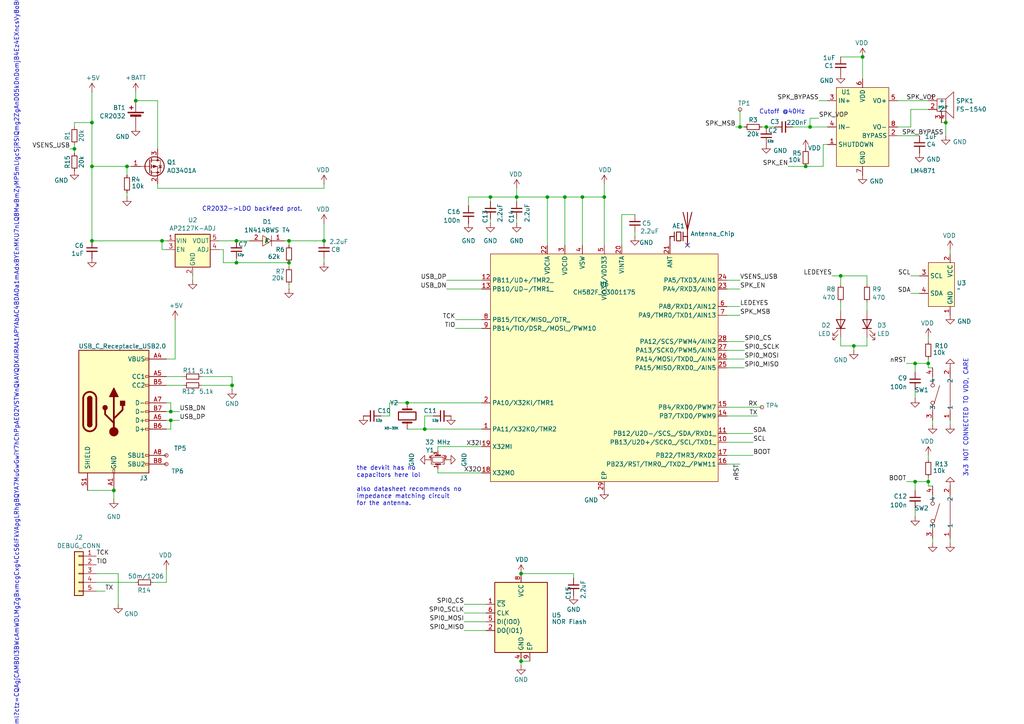
<source format=kicad_sch>
(kicad_sch (version 20250114) (generator "eeschema") (generator_version "9.0")
  (paper "A4")
  (lib_symbols
    (symbol "BadgeMagic:ZD25WD"
      (property "Reference" "U" (at 9.144 0.254 0))
      (symbol "ZD25WD_1_1"
        (pin input line (at -10.16 3.81 0) (length 2.54) (name "~{CS}") (number "1"))
        (pin input line (at -10.16 1.27 0) (length 2.54) (name "CLK") (number "6"))
        (pin bidirectional line (at -10.16 -1.27 0) (length 2.54) (name "DI(IO0)") (number "5"))
        (pin bidirectional line (at -10.16 -3.81 0) (length 2.54) (name "DO(IO1)") (number "2"))
        (pin power_in line (at 0 12.7 270) (length 2.54) (name "VCC") (number "8"))
        (pin power_in line (at 0 -12.7 90) (length 2.54) (name "GND") (number "4"))
        (pin passive line (at 2.54 -12.7 90) (length 2.54) (name "EP") (number "9"))
      )
    )
    (symbol "Connector:TestPoint_Small" (pin_numbers (hide yes)) (pin_names (offset 0.762) (hide yes))
      (property "Reference" "TP" (at 0 3.81 0))
      (property "Value" "TestPoint_Small" (at 0 2.032 0))
      (symbol "TestPoint_Small_1_1"
        (pin passive line (at 0 0 90) (length 0) (name "1") (number "1"))
      )
    )
    (symbol "Connector:USB_C_Receptacle_USB2.0" (pin_names (offset 1.016))
      (property "Reference" "J" (at -10.16 19.05 0))
      (property "Value" "USB_C_Receptacle_USB2.0" (at 19.05 19.05 0))
      (symbol "USB_C_Receptacle_USB2.0_1_1"
        (pin passive line (at -7.62 -22.86 90) (length 5.08) (name "SHIELD") (number "S1"))
        (pin passive line (at 0 -22.86 90) (length 5.08) (name "GND") (number "A1"))
        (pin passive line (at 0 -22.86 90) (length 5.08) (hide yes) (name "GND") (number "A12"))
        (pin passive line (at 0 -22.86 90) (length 5.08) (hide yes) (name "GND") (number "B1"))
        (pin passive line (at 0 -22.86 90) (length 5.08) (hide yes) (name "GND") (number "B12"))
        (pin passive line (at 15.24 15.24 180) (length 5.08) (name "VBUS") (number "A4"))
        (pin passive line (at 15.24 15.24 180) (length 5.08) (hide yes) (name "VBUS") (number "A9"))
        (pin passive line (at 15.24 15.24 180) (length 5.08) (hide yes) (name "VBUS") (number "B4"))
        (pin passive line (at 15.24 15.24 180) (length 5.08) (hide yes) (name "VBUS") (number "B9"))
        (pin bidirectional line (at 15.24 10.16 180) (length 5.08) (name "CC1") (number "A5"))
        (pin bidirectional line (at 15.24 7.62 180) (length 5.08) (name "CC2") (number "B5"))
        (pin bidirectional line (at 15.24 2.54 180) (length 5.08) (name "D-") (number "A7"))
        (pin bidirectional line (at 15.24 0 180) (length 5.08) (name "D-") (number "B7"))
        (pin bidirectional line (at 15.24 -2.54 180) (length 5.08) (name "D+") (number "A6"))
        (pin bidirectional line (at 15.24 -5.08 180) (length 5.08) (name "D+") (number "B6"))
        (pin bidirectional line (at 15.24 -12.7 180) (length 5.08) (name "SBU1") (number "A8"))
        (pin bidirectional line (at 15.24 -15.24 180) (length 5.08) (name "SBU2") (number "B8"))
      )
    )
    (symbol "Connector_Generic:Conn_01x05" (pin_names (offset 1.016) (hide yes))
      (property "Reference" "J" (at 0 7.62 0))
      (property "Value" "Conn_01x05" (at 0 -7.62 0))
      (symbol "Conn_01x05_1_1"
        (pin passive line (at -5.08 5.08 0) (length 3.81) (name "Pin_1") (number "1"))
        (pin passive line (at -5.08 2.54 0) (length 3.81) (name "Pin_2") (number "2"))
        (pin passive line (at -5.08 0 0) (length 3.81) (name "Pin_3") (number "3"))
        (pin passive line (at -5.08 -2.54 0) (length 3.81) (name "Pin_4") (number "4"))
        (pin passive line (at -5.08 -5.08 0) (length 3.81) (name "Pin_5") (number "5"))
      )
    )
    (symbol "Critbit_lib:OLED_4Pin"
      (property "Reference" "U" (at 0 5.08 0))
      (symbol "OLED_4Pin_1_1"
        (pin power_in line (at -6.35 2.54 0) (length 2.54) (name "SCL") (number "3"))
        (pin power_in line (at -6.35 -2.54 0) (length 2.54) (name "SDA") (number "4"))
        (pin power_in line (at 2.54 8.89 270) (length 2.54) (name "VCC") (number "2"))
        (pin power_in line (at 2.54 -8.89 90) (length 2.54) (name "GND") (number "1"))
      )
    )
    (symbol "Device:Antenna_Chip" (pin_numbers (hide yes)) (pin_names (offset 1.016) (hide yes))
      (property "Reference" "AE" (at 0 5.08 0))
      (property "Value" "Antenna_Chip" (at 0 3.175 0))
      (symbol "Antenna_Chip_1_1"
        (pin input line (at -2.54 -2.54 90) (length 2.54) (name "FEED") (number "1"))
        (pin passive line (at 2.54 -2.54 90) (length 2.54) (name "PCB_Trace") (number "2"))
      )
    )
    (symbol "Device:Battery_Cell" (pin_numbers (hide yes)) (pin_names (offset 0) (hide yes))
      (property "Reference" "BT" (at 2.54 2.54 0))
      (property "Value" "Battery_Cell" (at 2.54 0 0))
      (symbol "Battery_Cell_1_1"
        (pin passive line (at 0 5.08 270) (length 2.54) (name "+") (number "1"))
        (pin passive line (at 0 -2.54 90) (length 2.54) (name "-") (number "2"))
      )
    )
    (symbol "Device:C_Small" (pin_numbers (hide yes)) (pin_names (offset 0.254) (hide yes))
      (property "Reference" "C" (at 0.254 1.778 0))
      (property "Value" "C_Small" (at 0.254 -2.032 0))
      (symbol "C_Small_1_1"
        (pin passive line (at 0 2.54 270) (length 2.032) (name "~") (number "1"))
        (pin passive line (at 0 -2.54 90) (length 2.032) (name "~") (number "2"))
      )
    )
    (symbol "Device:Crystal" (pin_numbers (hide yes)) (pin_names (offset 1.016) (hide yes))
      (property "Reference" "Y" (at 0 3.81 0))
      (property "Value" "Crystal" (at 0 -3.81 0))
      (symbol "Crystal_1_1"
        (pin passive line (at -3.81 0 0) (length 1.27) (name "1") (number "1"))
        (pin passive line (at 3.81 0 180) (length 1.27) (name "2") (number "2"))
      )
    )
    (symbol "Device:Crystal_GND24_Small" (pin_names (offset 1.016) (hide yes))
      (property "Reference" "Y" (at 1.27 4.445 0))
      (property "Value" "Crystal_GND24_Small" (at 1.27 2.54 0))
      (symbol "Crystal_GND24_Small_1_1"
        (pin passive line (at -2.54 0 0) (length 1.27) (name "1") (number "1"))
        (pin passive line (at 0 2.54 270) (length 0.635) (name "4") (number "4"))
        (pin passive line (at 0 -2.54 90) (length 0.635) (name "2") (number "2"))
        (pin passive line (at 2.54 0 180) (length 1.27) (name "3") (number "3"))
      )
    )
    (symbol "Device:LED" (pin_numbers (hide yes)) (pin_names (offset 1.016) (hide yes))
      (property "Reference" "D" (at 0 2.54 0))
      (property "Value" "LED" (at 0 -2.54 0))
      (symbol "LED_1_1"
        (pin passive line (at -3.81 0 0) (length 2.54) (name "K") (number "1"))
        (pin passive line (at 3.81 0 180) (length 2.54) (name "A") (number "2"))
      )
    )
    (symbol "Device:R_Small" (pin_numbers (hide yes)) (pin_names (offset 0.254) (hide yes))
      (property "Reference" "R" (at 0.762 0.508 0))
      (property "Value" "R_Small" (at 0.762 -1.016 0))
      (symbol "R_Small_1_1"
        (pin passive line (at 0 2.54 270) (length 0.762) (name "~") (number "1"))
        (pin passive line (at 0 -2.54 90) (length 0.762) (name "~") (number "2"))
      )
    )
    (symbol "Regulator_Linear:AP2127K-ADJ" (pin_names (offset 0.254))
      (property "Reference" "U" (at -5.08 5.715 0))
      (property "Value" "AP2127K-ADJ" (at 0 5.715 0))
      (symbol "AP2127K-ADJ_1_1"
        (pin power_in line (at -7.62 2.54 0) (length 2.54) (name "VIN") (number "1"))
        (pin input line (at -7.62 0 0) (length 2.54) (name "EN") (number "3"))
        (pin power_in line (at 0 -7.62 90) (length 2.54) (name "GND") (number "2"))
        (pin power_out line (at 7.62 2.54 180) (length 2.54) (name "VOUT") (number "5"))
        (pin input line (at 7.62 0 180) (length 2.54) (name "ADJ") (number "4"))
      )
    )
    (symbol "Transistor_FET:AO3401A" (pin_names (hide yes))
      (property "Reference" "Q" (at 5.08 1.905 0))
      (property "Value" "AO3401A" (at 5.08 0 0))
      (symbol "AO3401A_1_1"
        (pin input line (at -5.08 0 0) (length 2.54) (name "G") (number "1"))
        (pin passive line (at 2.54 5.08 270) (length 2.54) (name "D") (number "3"))
        (pin passive line (at 2.54 -5.08 90) (length 2.54) (name "S") (number "2"))
      )
    )
    (symbol "easyeda2kicad:1N4148WST4"
      (property "Reference" "D" (at 0 5.08 0))
      (property "Value" "1N4148WS T4" (at 0 -5.08 0))
      (symbol "1N4148WST4_0_1"
        (pin unspecified line (at -5.08 0 0) (length 3.81) (name "K") (number "1"))
        (pin unspecified line (at 5.08 0 180) (length 3.81) (name "A") (number "2"))
      )
    )
    (symbol "easyeda2kicad:CH582F_C3001175"
      (property "Reference" "U" (at 29.972 34.544 0))
      (property "Value" "CH582F" (at -1.27 -1.27 0))
      (symbol "CH582F_C3001175_0_1"
        (pin unspecified line (at -35.56 25.4 0) (length 2.54) (name "PB11/UD+/TMR2_") (number "12"))
        (pin unspecified line (at -35.56 22.86 0) (length 2.54) (name "PB10/UD-/TMR1_") (number "13"))
        (pin unspecified line (at -35.56 13.97 0) (length 2.54) (name "PB15/TCK/MISO_/DTR_") (number "8"))
        (pin unspecified line (at -35.56 11.43 0) (length 2.54) (name "PB14/TIO/DSR_/MOSI_/PWM10") (number "9"))
        (pin unspecified line (at -35.56 -10.16 0) (length 2.54) (name "PA10/X32KI/TMR1") (number "2"))
        (pin unspecified line (at -35.56 -17.78 0) (length 2.54) (name "PA11/X32KO/TMR2") (number "1"))
        (pin unspecified line (at -35.56 -22.86 0) (length 2.54) (name "X32MI") (number "19"))
        (pin unspecified line (at -35.56 -30.48 0) (length 2.54) (name "X32MO") (number "18"))
        (pin unspecified line (at -16.51 35.56 270) (length 2.54) (name "VDCIA") (number "22"))
        (pin unspecified line (at -11.43 35.56 270) (length 2.54) (name "VDCID") (number "3"))
        (pin unspecified line (at -6.35 35.56 270) (length 2.54) (name "VSW") (number "4"))
        (pin unspecified line (at 0 35.56 270) (length 2.54) (name "VIO33/VDD33") (number "5"))
        (pin unspecified line (at 0 -35.56 90) (length 2.54) (name "EP") (number "29"))
        (pin unspecified line (at 5.08 35.56 270) (length 2.54) (name "VINTA") (number "20"))
        (pin unspecified line (at 19.05 35.56 270) (length 2.54) (name "ANT") (number "21"))
        (pin unspecified line (at 35.56 25.4 180) (length 2.54) (name "PA5/TXD3/AIN1") (number "24"))
        (pin unspecified line (at 35.56 22.86 180) (length 2.54) (name "PA4/RXD3/AIN0") (number "23"))
        (pin unspecified line (at 35.56 17.78 180) (length 2.54) (name "PA8/RXD1/AIN12") (number "6"))
        (pin unspecified line (at 35.56 15.24 180) (length 2.54) (name "PA9/TMR0/TXD1/AIN13") (number "7"))
        (pin unspecified line (at 35.56 7.62 180) (length 2.54) (name "PA12/SCS/PWM4/AIN2") (number "28"))
        (pin unspecified line (at 35.56 5.08 180) (length 2.54) (name "PA13/SCK0/PWM5/AIN3") (number "27"))
        (pin unspecified line (at 35.56 2.54 180) (length 2.54) (name "PA14/MOSI/TXD0_/AIN4") (number "26"))
        (pin unspecified line (at 35.56 0 180) (length 2.54) (name "PA15/MISO/RXD0_/AIN5") (number "25"))
        (pin unspecified line (at 35.56 -11.43 180) (length 2.54) (name "PB4/RXD0/PWM7") (number "15"))
        (pin unspecified line (at 35.56 -13.97 180) (length 2.54) (name "PB7/TXD0/PWM9") (number "14"))
        (pin unspecified line (at 35.56 -19.05 180) (length 2.54) (name "PB12/U2D-/SCS_/SDA/RXD1_") (number "11"))
        (pin unspecified line (at 35.56 -21.59 180) (length 2.54) (name "PB13/U2D+/SCK0_/SCL/TXD1_") (number "10"))
        (pin unspecified line (at 35.56 -25.4 180) (length 2.54) (name "PB22/TMR3/RXD2") (number "17"))
        (pin unspecified line (at 35.56 -27.94 180) (length 2.54) (name "PB23/RST/TMR0_/TXD2_/PWM11") (number "16"))
      )
    )
    (symbol "easyeda2kicad:FS-1540"
      (property "Reference" "SPK" (at 0 6.35 0))
      (property "Value" "FS-1540" (at 0 -10.16 0))
      (symbol "FS-1540_0_1"
        (pin unspecified line (at -3.81 1.27 0) (length 2.54) (name "+") (number "1"))
        (pin unspecified line (at -3.81 -1.27 0) (length 2.54) (name "2") (number "2"))
        (pin unspecified line (at 0 -5.08 90) (length 3.302) (name "3") (number "3"))
        (pin unspecified line (at 1.27 -5.08 90) (length 3.302) (name "4") (number "4"))
      )
    )
    (symbol "easyeda2kicad:LM4871_C7494970"
      (property "Reference" "U" (at 5.588 12.446 0))
      (property "Value" "LM4871_C7494970" (at 0.254 -12.954 0))
      (symbol "LM4871_C7494970_0_1"
        (pin unspecified line (at -10.16 7.62 0) (length 2.54) (name "IN+") (number "3"))
        (pin unspecified line (at -10.16 0 0) (length 2.54) (name "IN-") (number "4"))
        (pin unspecified line (at -10.16 -5.08 0) (length 2.54) (name "SHUTDOWN") (number "1"))
        (pin unspecified line (at 0 13.97 270) (length 2.54) (name "VDD") (number "6"))
        (pin unspecified line (at 0 -13.97 90) (length 2.54) (name "GND") (number "7"))
        (pin unspecified line (at 10.16 7.62 180) (length 2.54) (name "VO+") (number "5"))
        (pin unspecified line (at 10.16 0 180) (length 2.54) (name "VO-") (number "8"))
        (pin unspecified line (at 10.16 -2.54 180) (length 2.54) (name "BYPASS") (number "2"))
      )
    )
    (symbol "easyeda2kicad:TS24CA"
      (property "Reference" "SW" (at 0 7.62 0))
      (property "Value" "TS24CA" (at 0 -7.62 0))
      (symbol "TS24CA_0_1"
        (pin unspecified line (at -7.62 2.54 0) (length 2.54) (name "1") (number "1"))
        (pin unspecified line (at -7.62 -2.54 0) (length 2.54) (name "3") (number "3"))
        (pin unspecified line (at 7.62 -2.54 180) (length 2.54) (name "4") (number "4"))
      )
      (symbol "TS24CA_1_1"
        (pin unspecified line (at 7.62 2.54 180) (length 2.54) (name "2") (number "2"))
      )
    )
    (symbol "power:+5V" (power) (pin_numbers (hide yes)) (pin_names (offset 0) (hide yes))
      (property "Value" "+5V" (at 0 3.556 0))
      (symbol "+5V_1_1"
        (pin power_in line (at 0 0 90) (length 0) (name "~") (number "1"))
      )
    )
    (symbol "power:+BATT" (power) (pin_names (offset 0))
      (property "Value" "+BATT" (at 0 3.556 0))
      (symbol "+BATT_1_1"
        (pin power_in line (at 0 0 90) (length 0) (hide yes) (name "+BATT") (number "1"))
      )
    )
    (symbol "power:GND" (power) (pin_numbers (hide yes)) (pin_names (offset 0) (hide yes))
      (property "Value" "GND" (at 0 -3.81 0))
      (symbol "GND_1_1"
        (pin power_in line (at 0 0 270) (length 0) (name "~") (number "1"))
      )
    )
    (symbol "power:VDD" (power) (pin_numbers (hide yes)) (pin_names (offset 0) (hide yes))
      (property "Value" "VDD" (at 0 3.556 0))
      (symbol "VDD_1_1"
        (pin power_in line (at 0 0 90) (length 0) (name "~") (number "1"))
      )
    )
  )
  (text "CR2032->LDO backfeed prot." (at 73.152 60.706 0) (effects (font (size 1.27 1.27))))
  (text "3v3 NOT CONNECTED TO VDD, CARE" (at 280.162 121.158 90) (effects (font (size 1.27 1.27))))
  (text "Cutoff @40Hz" (at 226.822 32.512 0) (effects (font (size 1.27 1.27))))
  (text "the devkit has no\ncapacitors here lol\n\nalso datasheet recommends no \nimpedance matching circuit\nfor the antenna." (at 103.378 140.97 0) (effects (font (size 1.27 1.27)) (justify left)))
  (text "https://www.falstad.com/circuit/circuitjs.html?ctz=CQAgjCAMB0l3BWcAmWDLMgZgBxmcgCxg4CcS6IFkVApgLRhgBQYA7MuGwGwiY7hChPpAE02VSTWnQkAVQDKAIRAA1APYAbAC4BDAOa1mAdxBYEnMKU7nLQ8MwBmZyMP5mLIgcSjRSIQmg2ZgAnD05kDnDomjB4Ez4EXncsVy8oBOQk9Kzk7MhmABNEvN4sTBK+EELaR10AVx1mfWjbaMI4KAzTcppc6P6Cns9+toJhIYHssaiCgGcuZNFK92kQOs05ozD+3enPWPgCltGR7I61gvYbTzB7XsEJkAksMy6ZJABhACVMcpAAG5aPSGZjqKrcJ4dUj+JAwOBYfBwqo2ZhAA" (at 4.826 27.432 90) (effects (font (size 1.27 1.27))))
  (junction (at 175.26 57.15))
  (junction (at 83.82 76.2))
  (junction (at 269.24 105.41))
  (junction (at 67.31 111.76))
  (junction (at 149.86 57.15))
  (junction (at 68.58 76.2))
  (junction (at 21.59 43.18))
  (junction (at 49.53 121.92))
  (junction (at 234.95 36.83))
  (junction (at 247.65 100.33))
  (junction (at 269.24 139.7))
  (junction (at 93.98 69.85))
  (junction (at 168.91 57.15))
  (junction (at 26.67 69.85))
  (junction (at 151.13 191.77))
  (junction (at 265.43 139.7))
  (junction (at 36.83 48.26))
  (junction (at 39.37 29.21))
  (junction (at 274.32 35.56))
  (junction (at 33.02 142.24))
  (junction (at 142.24 57.15))
  (junction (at 49.53 119.38))
  (junction (at 118.11 116.84))
  (junction (at 26.67 35.56))
  (junction (at 265.43 105.41))
  (junction (at 243.84 80.01))
  (junction (at 214.63 36.83))
  (junction (at 151.13 166.37))
  (junction (at 158.75 57.15))
  (junction (at 163.83 57.15))
  (junction (at 83.82 69.85))
  (junction (at 222.25 36.83))
  (junction (at 123.19 124.46))
  (junction (at 26.67 48.26))
  (junction (at 68.58 69.85))
  (junction (at 233.68 48.26))
  (junction (at 250.19 16.51))
  (junction (at 46.99 69.85))
  (no_connect (at 199.39 71.12))
  (wire (pts (xy 39.37 26.67) (xy 39.37 29.21)))
  (wire (pts (xy 149.86 57.15) (xy 142.24 57.15)))
  (wire (pts (xy 163.83 57.15) (xy 158.75 57.15)))
  (wire (pts (xy 215.9 101.6) (xy 210.82 101.6)))
  (wire (pts (xy 274.32 35.56) (xy 273.05 35.56)))
  (wire (pts (xy 58.42 111.76) (xy 67.31 111.76)))
  (wire (pts (xy 220.98 118.11) (xy 210.82 118.11)))
  (wire (pts (xy 48.26 121.92) (xy 49.53 121.92)))
  (wire (pts (xy 48.26 116.84) (xy 49.53 116.84)))
  (wire (pts (xy 265.43 105.41) (xy 262.89 105.41)))
  (wire (pts (xy 264.16 31.75) (xy 264.16 36.83)))
  (wire (pts (xy 46.99 69.85) (xy 46.99 72.39)))
  (wire (pts (xy 68.58 74.93) (xy 68.58 76.2)))
  (wire (pts (xy 139.7 81.28) (xy 129.54 81.28)))
  (wire (pts (xy 269.24 97.79) (xy 269.24 99.06)))
  (wire (pts (xy 83.82 69.85) (xy 82.55 69.85)))
  (wire (pts (xy 214.63 91.44) (xy 210.82 91.44)))
  (wire (pts (xy 270.51 140.97) (xy 269.24 140.97)))
  (wire (pts (xy 163.83 57.15) (xy 163.83 71.12)))
  (wire (pts (xy 113.03 116.84) (xy 118.11 116.84)))
  (wire (pts (xy 48.26 111.76) (xy 53.34 111.76)))
  (wire (pts (xy 264.16 36.83) (xy 260.35 36.83)))
  (wire (pts (xy 33.02 142.24) (xy 33.02 144.78)))
  (wire (pts (xy 49.53 121.92) (xy 49.53 124.46)))
  (wire (pts (xy 64.77 72.39) (xy 63.5 72.39)))
  (wire (pts (xy 49.53 121.92) (xy 52.07 121.92)))
  (wire (pts (xy 214.63 31.75) (xy 214.63 36.83)))
  (wire (pts (xy 64.77 76.2) (xy 64.77 72.39)))
  (wire (pts (xy 218.44 128.27) (xy 210.82 128.27)))
  (wire (pts (xy 93.98 69.85) (xy 93.98 64.77)))
  (wire (pts (xy 214.63 81.28) (xy 210.82 81.28)))
  (wire (pts (xy 243.84 100.33) (xy 243.84 97.79)))
  (wire (pts (xy 260.35 29.21) (xy 269.24 29.21)))
  (wire (pts (xy 135.89 57.15) (xy 142.24 57.15)))
  (wire (pts (xy 229.87 36.83) (xy 234.95 36.83)))
  (wire (pts (xy 213.36 36.83) (xy 214.63 36.83)))
  (wire (pts (xy 113.03 120.65) (xy 113.03 116.84)))
  (wire (pts (xy 49.53 119.38) (xy 52.07 119.38)))
  (wire (pts (xy 36.83 50.8) (xy 36.83 48.26)))
  (wire (pts (xy 168.91 57.15) (xy 163.83 57.15)))
  (wire (pts (xy 214.63 88.9) (xy 210.82 88.9)))
  (wire (pts (xy 50.8 92.71) (xy 50.8 104.14)))
  (wire (pts (xy 264.16 85.09) (xy 266.7 85.09)))
  (wire (pts (xy 134.62 182.88) (xy 140.97 182.88)))
  (wire (pts (xy 247.65 100.33) (xy 243.84 100.33)))
  (wire (pts (xy 269.24 104.14) (xy 269.24 105.41)))
  (wire (pts (xy 134.62 180.34) (xy 140.97 180.34)))
  (wire (pts (xy 49.53 116.84) (xy 49.53 119.38)))
  (wire (pts (xy 149.86 57.15) (xy 149.86 58.42)))
  (wire (pts (xy 219.71 120.65) (xy 210.82 120.65)))
  (wire (pts (xy 149.86 54.61) (xy 149.86 57.15)))
  (wire (pts (xy 168.91 57.15) (xy 168.91 71.12)))
  (wire (pts (xy 220.98 36.83) (xy 222.25 36.83)))
  (wire (pts (xy 215.9 104.14) (xy 210.82 104.14)))
  (wire (pts (xy 93.98 54.61) (xy 93.98 53.34)))
  (wire (pts (xy 63.5 69.85) (xy 68.58 69.85)))
  (wire (pts (xy 269.24 138.43) (xy 269.24 139.7)))
  (wire (pts (xy 251.46 80.01) (xy 251.46 82.55)))
  (wire (pts (xy 222.25 36.83) (xy 224.79 36.83)))
  (wire (pts (xy 243.84 90.17) (xy 243.84 87.63)))
  (wire (pts (xy 39.37 29.21) (xy 45.72 29.21)))
  (wire (pts (xy 30.48 171.45) (xy 27.94 171.45)))
  (wire (pts (xy 270.51 121.92) (xy 270.51 123.19)))
  (wire (pts (xy 39.37 168.91) (xy 27.94 168.91)))
  (wire (pts (xy 67.31 111.76) (xy 67.31 113.03)))
  (wire (pts (xy 270.51 156.21) (xy 270.51 157.48)))
  (wire (pts (xy 275.59 121.92) (xy 275.59 123.19)))
  (wire (pts (xy 34.29 166.37) (xy 27.94 166.37)))
  (wire (pts (xy 180.34 62.23) (xy 180.34 71.12)))
  (wire (pts (xy 269.24 132.08) (xy 269.24 133.35)))
  (wire (pts (xy 20.32 43.18) (xy 21.59 43.18)))
  (wire (pts (xy 26.67 48.26) (xy 36.83 48.26)))
  (wire (pts (xy 50.8 104.14) (xy 48.26 104.14)))
  (wire (pts (xy 68.58 76.2) (xy 83.82 76.2)))
  (wire (pts (xy 234.95 36.83) (xy 240.03 36.83)))
  (wire (pts (xy 139.7 92.71) (xy 132.08 92.71)))
  (wire (pts (xy 123.19 124.46) (xy 139.7 124.46)))
  (wire (pts (xy 166.37 166.37) (xy 166.37 167.64)))
  (wire (pts (xy 118.11 116.84) (xy 139.7 116.84)))
  (wire (pts (xy 48.26 165.1) (xy 48.26 168.91)))
  (wire (pts (xy 149.86 63.5) (xy 149.86 64.77)))
  (wire (pts (xy 215.9 99.06) (xy 210.82 99.06)))
  (wire (pts (xy 250.19 16.51) (xy 250.19 22.86)))
  (wire (pts (xy 127 129.54) (xy 139.7 129.54)))
  (wire (pts (xy 251.46 100.33) (xy 247.65 100.33)))
  (wire (pts (xy 228.6 48.26) (xy 233.68 48.26)))
  (wire (pts (xy 265.43 139.7) (xy 265.43 142.24)))
  (wire (pts (xy 238.76 41.91) (xy 240.03 41.91)))
  (wire (pts (xy 68.58 76.2) (xy 64.77 76.2)))
  (wire (pts (xy 241.3 80.01) (xy 243.84 80.01)))
  (wire (pts (xy 36.83 55.88) (xy 36.83 57.15)))
  (wire (pts (xy 175.26 53.34) (xy 175.26 57.15)))
  (wire (pts (xy 269.24 140.97) (xy 269.24 139.7)))
  (wire (pts (xy 265.43 147.32) (xy 265.43 149.86)))
  (wire (pts (xy 214.63 36.83) (xy 215.9 36.83)))
  (wire (pts (xy 175.26 57.15) (xy 175.26 71.12)))
  (wire (pts (xy 123.19 120.65) (xy 123.19 124.46)))
  (wire (pts (xy 113.03 120.65) (xy 110.49 120.65)))
  (wire (pts (xy 266.7 39.37) (xy 260.35 39.37)))
  (wire (pts (xy 139.7 95.25) (xy 132.08 95.25)))
  (wire (pts (xy 48.26 72.39) (xy 46.99 72.39)))
  (wire (pts (xy 269.24 106.68) (xy 269.24 105.41)))
  (wire (pts (xy 243.84 80.01) (xy 251.46 80.01)))
  (wire (pts (xy 58.42 109.22) (xy 67.31 109.22)))
  (wire (pts (xy 214.63 134.62) (xy 210.82 134.62)))
  (wire (pts (xy 26.67 26.67) (xy 26.67 35.56)))
  (wire (pts (xy 149.86 57.15) (xy 158.75 57.15)))
  (wire (pts (xy 151.13 191.77) (xy 153.67 191.77)))
  (wire (pts (xy 134.62 175.26) (xy 140.97 175.26)))
  (wire (pts (xy 134.62 177.8) (xy 140.97 177.8)))
  (wire (pts (xy 83.82 69.85) (xy 93.98 69.85)))
  (wire (pts (xy 123.19 120.65) (xy 125.73 120.65)))
  (wire (pts (xy 118.11 124.46) (xy 123.19 124.46)))
  (wire (pts (xy 48.26 119.38) (xy 49.53 119.38)))
  (wire (pts (xy 218.44 132.08) (xy 210.82 132.08)))
  (wire (pts (xy 21.59 36.83) (xy 21.59 35.56)))
  (wire (pts (xy 275.59 156.21) (xy 275.59 157.48)))
  (wire (pts (xy 251.46 97.79) (xy 251.46 100.33)))
  (wire (pts (xy 238.76 41.91) (xy 238.76 48.26)))
  (wire (pts (xy 26.67 35.56) (xy 26.67 48.26)))
  (wire (pts (xy 21.59 43.18) (xy 21.59 44.45)))
  (wire (pts (xy 83.82 76.2) (xy 83.82 77.47)))
  (wire (pts (xy 265.43 105.41) (xy 265.43 107.95)))
  (wire (pts (xy 247.65 100.33) (xy 247.65 101.6)))
  (wire (pts (xy 45.72 29.21) (xy 45.72 43.18)))
  (wire (pts (xy 151.13 191.77) (xy 151.13 193.04)))
  (wire (pts (xy 67.31 109.22) (xy 67.31 111.76)))
  (wire (pts (xy 55.88 80.01) (xy 55.88 81.28)))
  (wire (pts (xy 68.58 69.85) (xy 72.39 69.85)))
  (wire (pts (xy 237.49 29.21) (xy 240.03 29.21)))
  (wire (pts (xy 218.44 125.73) (xy 210.82 125.73)))
  (wire (pts (xy 264.16 80.01) (xy 266.7 80.01)))
  (wire (pts (xy 135.89 59.69) (xy 135.89 57.15)))
  (wire (pts (xy 274.32 39.37) (xy 274.32 35.56)))
  (wire (pts (xy 168.91 57.15) (xy 175.26 57.15)))
  (wire (pts (xy 26.67 48.26) (xy 26.67 69.85)))
  (wire (pts (xy 269.24 31.75) (xy 264.16 31.75)))
  (wire (pts (xy 270.51 106.68) (xy 269.24 106.68)))
  (wire (pts (xy 48.26 168.91) (xy 44.45 168.91)))
  (wire (pts (xy 127 130.81) (xy 127 129.54)))
  (wire (pts (xy 142.24 57.15) (xy 142.24 58.42)))
  (wire (pts (xy 93.98 74.93) (xy 93.98 76.2)))
  (wire (pts (xy 214.63 83.82) (xy 210.82 83.82)))
  (wire (pts (xy 265.43 113.03) (xy 265.43 115.57)))
  (wire (pts (xy 184.15 68.58) (xy 184.15 67.31)))
  (wire (pts (xy 215.9 106.68) (xy 210.82 106.68)))
  (wire (pts (xy 139.7 83.82) (xy 129.54 83.82)))
  (wire (pts (xy 184.15 62.23) (xy 180.34 62.23)))
  (wire (pts (xy 36.83 48.26) (xy 38.1 48.26)))
  (wire (pts (xy 234.95 34.29) (xy 237.49 34.29)))
  (wire (pts (xy 48.26 124.46) (xy 49.53 124.46)))
  (wire (pts (xy 45.72 54.61) (xy 93.98 54.61)))
  (wire (pts (xy 233.68 48.26) (xy 238.76 48.26)))
  (wire (pts (xy 83.82 69.85) (xy 83.82 71.12)))
  (wire (pts (xy 139.7 137.16) (xy 127 137.16)))
  (wire (pts (xy 251.46 87.63) (xy 251.46 90.17)))
  (wire (pts (xy 265.43 139.7) (xy 262.89 139.7)))
  (wire (pts (xy 48.26 109.22) (xy 53.34 109.22)))
  (wire (pts (xy 269.24 105.41) (xy 265.43 105.41)))
  (wire (pts (xy 158.75 57.15) (xy 158.75 71.12)))
  (wire (pts (xy 243.84 80.01) (xy 243.84 82.55)))
  (wire (pts (xy 83.82 82.55) (xy 83.82 83.82)))
  (wire (pts (xy 25.4 142.24) (xy 33.02 142.24)))
  (wire (pts (xy 127 137.16) (xy 127 135.89)))
  (wire (pts (xy 142.24 63.5) (xy 142.24 64.77)))
  (wire (pts (xy 275.59 72.39) (xy 275.59 73.66)))
  (wire (pts (xy 21.59 41.91) (xy 21.59 43.18)))
  (wire (pts (xy 166.37 166.37) (xy 151.13 166.37)))
  (wire (pts (xy 45.72 53.34) (xy 45.72 54.61)))
  (wire (pts (xy 34.29 175.26) (xy 34.29 166.37)))
  (wire (pts (xy 234.95 36.83) (xy 234.95 34.29)))
  (wire (pts (xy 21.59 35.56) (xy 26.67 35.56)))
  (wire (pts (xy 250.19 16.51) (xy 243.84 16.51)))
  (wire (pts (xy 46.99 69.85) (xy 48.26 69.85)))
  (wire (pts (xy 269.24 139.7) (xy 265.43 139.7)))
  (wire (pts (xy 26.67 69.85) (xy 46.99 69.85)))
  (label "LEDEYES" (at 214.63 88.9 0))
  (label "LEDEYES" (at 241.3 80.01 180))
  (label "X32O" (at 139.7 137.16 180))
  (label "SPK_MSB" (at 214.63 91.44 0))
  (label "USB_DN" (at 129.54 83.82 180))
  (label "BOOT" (at 218.44 132.08 0))
  (label "SPK_VOP" (at 237.49 34.29 0))
  (label "nRST" (at 214.63 134.62 270))
  (label "TX" (at 30.48 171.45 0))
  (label "X32I" (at 139.7 129.54 180))
  (label "VSENS_USB" (at 20.32 43.18 180))
  (label "SPK_MSB" (at 213.36 36.83 180))
  (label "SCL" (at 264.16 80.01 180))
  (label "SPK_VOP" (at 262.89 29.21 0))
  (label "RX" (at 219.71 118.11 180))
  (label "SPK_EN" (at 214.63 83.82 0))
  (label "TX" (at 219.71 120.65 180))
  (label "VSENS_USB" (at 214.63 81.28 0))
  (label "SPI0_MOSI" (at 134.62 180.34 180))
  (label "USB_DP" (at 52.07 121.92 0))
  (label "SDA" (at 218.44 125.73 0))
  (label "SPI0_MISO" (at 134.62 182.88 180))
  (label "SPI0_SCLK" (at 134.62 177.8 180))
  (label "SPK_BYPASS" (at 261.62 39.37 0))
  (label "SPI0_CS" (at 134.62 175.26 180))
  (label "TCK" (at 27.94 161.29 0))
  (label "SPI0_MISO" (at 215.9 106.68 0))
  (label "USB_DN" (at 52.07 119.38 0))
  (label "SPI0_CS" (at 215.9 99.06 0))
  (label "SDA" (at 264.16 85.09 180))
  (label "TCK" (at 132.08 92.71 180))
  (label "SCL" (at 218.44 128.27 0))
  (label "SPK_EN" (at 228.6 48.26 180))
  (label "SPI0_MOSI" (at 215.9 104.14 0))
  (label "TIO" (at 132.08 95.25 180))
  (label "nRST" (at 262.89 105.41 180))
  (label "USB_DP" (at 129.54 81.28 180))
  (label "SPK_BYPASS" (at 237.49 29.21 180))
  (label "TIO" (at 27.94 163.83 0))
  (label "SPI0_SCLK" (at 215.9 101.6 0))
  (label "BOOT" (at 262.89 139.7 180))
  (symbol (lib_id "Regulator_Linear:AP2127K-ADJ") (at 55.88 72.39 0) (unit 1)
    (property "Reference" "U2" (at 55.88 63.8005 0))
    (property "Value" "AP2127K-ADJ" (at 55.88 66.2248 0))
    (property "Footprint" "Package_TO_SOT_SMD:SOT-23-5" (effects (hide yes)))
    (property "Datasheet" "https://www.diodes.com/assets/Datasheets/AP2127.pdf" (effects (hide yes)))
    (property "Description" "300mA low dropout adjustable linear regulator, shutdown pin, 2.5V-6V input voltage, SOT-23-5 package" (effects (hide yes)))
    (property "LCSC" "C96343" (effects (hide yes)))
  )
  (symbol (lib_id "Device:C_Small") (at 93.98 72.39 0) (unit 1)
    (property "Reference" "C8" (at 96.012 72.39 0) (effects (justify left)))
    (property "Value" "2.2uF" (at 95.504 70.104 0) (effects (justify left)))
    (property "Footprint" "Capacitor_SMD:C_0402_1005Metric" (effects (hide yes)))
    (property "Description" "10v 2.2uF" (effects (hide yes)))
  )
  (symbol (lib_id "power:GND") (at 274.32 39.37 0) (unit 1)
    (property "Reference" "#PWR07" (effects (hide yes)))
    (property "Value" "GND" (at 278.384 41.148 0))
    (property "Description" "Power symbol creates a global label with name \"GND\" , ground" (effects (hide yes)))
  )
  (symbol (lib_id "power:GND") (at 135.89 64.77 0) (mirror y) (unit 1)
    (property "Reference" "#PWR036" (effects (hide yes)))
    (property "Value" "GND" (at 135.89 69.85 0))
    (property "Description" "Power symbol creates a global label with name \"GND\" , ground" (effects (hide yes)))
  )
  (symbol (lib_id "easyeda2kicad:TS24CA") (at 273.05 114.3 270) (mirror x) (unit 1)
    (property "Reference" "SW1" (at 269.365 113.0878 90) (effects (justify right)))
    (property "Value" "TS24CA" (effects (hide yes)))
    (property "Footprint" "easyeda2kicad:SW-SMD_TS24CA" (effects (hide yes)))
    (property "Datasheet" "https://lcsc.com/product-detail/Tactile-Switches_SHOU-HAN-TS24CA_C393942.html" (effects (hide yes)))
    (property "LCSC" "C393942" (effects (hide yes)))
  )
  (symbol (lib_id "power:GND") (at 275.59 157.48 0) (mirror y) (unit 1)
    (property "Reference" "#PWR045" (effects (hide yes)))
    (property "Value" "GND" (effects (hide yes)))
  )
  (symbol (lib_id "power:GND") (at 265.43 149.86 0) (mirror y) (unit 1)
    (property "Reference" "#PWR040" (effects (hide yes)))
    (property "Value" "GND" (effects (hide yes)))
  )
  (symbol (lib_id "power:GND") (at 55.88 81.28 0) (unit 1)
    (property "Reference" "#PWR018" (effects (hide yes)))
    (property "Value" "GND" (effects (hide yes)))
  )
  (symbol (lib_id "power:GND") (at 124.46 133.35 270) (unit 1)
    (property "Reference" "#PWR024" (effects (hide yes)))
    (property "Value" "GND" (at 119.38 133.35 0))
    (property "Description" "Power symbol creates a global label with name \"GND\" , ground" (effects (hide yes)))
  )
  (symbol (lib_id "power:GND") (at 265.43 115.57 0) (mirror y) (unit 1)
    (property "Reference" "#PWR029" (effects (hide yes)))
    (property "Value" "GND" (effects (hide yes)))
  )
  (symbol (lib_id "power:GND") (at 39.37 36.83 0) (unit 1)
    (property "Reference" "#PWR06" (effects (hide yes)))
    (property "Value" "GND" (at 35.56 39.624 0))
    (property "Description" "Power symbol creates a global label with name \"GND\" , ground" (effects (hide yes)))
  )
  (symbol (lib_id "Device:Crystal") (at 118.11 120.65 270) (unit 1)
    (property "Reference" "Y2" (at 114.3 116.84 90))
    (property "Value" "XO-32K" (at 113.538 124.206 90) (effects (font (size 0.65 0.65))))
    (property "Footprint" "Crystal:Crystal_SMD_2012-2Pin_2.0x1.2mm" (effects (hide yes)))
    (property "Description" "Two pin crystal" (effects (hide yes)))
    (property "LCSC" "C7500573" (effects (hide yes)))
  )
  (symbol (lib_id "power:GND") (at 250.19 50.8 0) (unit 1)
    (property "Reference" "#PWR012" (effects (hide yes)))
    (property "Value" "GND" (at 254.254 52.578 0))
    (property "Description" "Power symbol creates a global label with name \"GND\" , ground" (effects (hide yes)))
  )
  (symbol (lib_id "easyeda2kicad:CH582F_C3001175") (at 175.26 106.68 0) (unit 1)
    (property "Reference" "U6" (at 175.26 82.3425 0))
    (property "Value" "CH582F_C3001175" (at 175.26 84.7668 0))
    (property "Footprint" "easyeda2kicad:QFN-28_L4.0-W4.0-P0.40-BL-EP2.8" (effects (hide yes)))
    (property "LCSC Part" "C3001175" (effects (hide yes)))
  )
  (symbol (lib_id "power:+5V") (at 50.8 92.71 0) (unit 1)
    (property "Reference" "#PWR022" (effects (hide yes)))
    (property "Value" "+5V" (at 51.054 88.646 0))
    (property "Description" "Power symbol creates a global label with name \"+5V\"" (effects (hide yes)))
  )
  (symbol (lib_id "Device:C_Small") (at 265.43 110.49 0) (mirror y) (unit 1)
    (property "Reference" "C9" (at 263.1059 109.6616 0) (effects (justify left)))
    (property "Value" "100n" (at 263.1059 112.1985 0) (effects (justify left)))
    (property "Footprint" "Capacitor_SMD:C_0402_1005Metric" (effects (hide yes)))
    (property "LCSC" "C1525" (effects (hide yes)))
  )
  (symbol (lib_id "Device:C_Small") (at 149.86 60.96 0) (mirror y) (unit 1)
    (property "Reference" "C14" (at 148.336 64.77 90) (effects (justify left)))
    (property "Value" "2.2uF" (at 152.908 64.516 90) (effects (justify left)))
    (property "Footprint" "Capacitor_SMD:C_0402_1005Metric" (effects (hide yes)))
    (property "Description" "10v 2.2uF" (effects (hide yes)))
  )
  (symbol (lib_id "Device:Antenna_Chip") (at 196.85 68.58 0) (unit 1)
    (property "Reference" "AE1" (at 198.628 65.532 0) (effects (justify right)))
    (property "Value" "Antenna_Chip" (at 213.106 67.818 0) (effects (justify right)))
    (property "Footprint" "RF_Antenna:Johanson_2450AT18x100" (effects (hide yes)))
    (property "Description" "Ceramic chip antenna with pin for PCB trace" (effects (hide yes)))
    (property "LCSC" "C127629" (effects (hide yes)))
  )
  (symbol (lib_id "Device:C_Small") (at 142.24 60.96 0) (mirror y) (unit 1)
    (property "Reference" "C13" (at 140.716 64.77 90) (effects (justify left)))
    (property "Value" "2.2uF" (at 145.034 64.516 90) (effects (justify left)))
    (property "Footprint" "Capacitor_SMD:C_0402_1005Metric" (effects (hide yes)))
    (property "Description" "10v 2.2uF" (effects (hide yes)))
  )
  (symbol (lib_id "Connector:TestPoint_Small") (at 220.98 118.11 90) (unit 1) (in_bom no)
    (property "Reference" "TP4" (at 225.806 117.602 90) (effects (justify left)))
    (property "Value" "RX" (effects (hide yes)))
    (property "Footprint" "BadgeMagic:TestPoint_Pad_D0.6mm" (effects (hide yes)))
    (property "Description" "test point" (effects (hide yes)))
  )
  (symbol (lib_id "easyeda2kicad:TS24CA") (at 273.05 148.59 270) (mirror x) (unit 1)
    (property "Reference" "SW2" (at 269.365 147.3778 90) (effects (justify right)))
    (property "Value" "TS24CA" (effects (hide yes)))
    (property "Footprint" "easyeda2kicad:SW-SMD_TS24CA" (effects (hide yes)))
    (property "Datasheet" "https://lcsc.com/product-detail/Tactile-Switches_SHOU-HAN-TS24CA_C393942.html" (effects (hide yes)))
    (property "LCSC" "C393942" (effects (hide yes)))
  )
  (symbol (lib_id "power:VDD") (at 275.59 72.39 0) (mirror y) (unit 1)
    (property "Reference" "#PWR015" (effects (hide yes)))
    (property "Value" "VDD" (at 275.336 68.326 0))
    (property "Description" "Power symbol creates a global label with name \"VDD\"" (effects (hide yes)))
  )
  (symbol (lib_id "power:GND") (at 275.59 123.19 0) (mirror y) (unit 1)
    (property "Reference" "#PWR031" (effects (hide yes)))
    (property "Value" "GND" (effects (hide yes)))
  )
  (symbol (lib_id "Device:C_Small") (at 184.15 64.77 0) (mirror x) (unit 1)
    (property "Reference" "C5" (at 186.182 64.77 0) (effects (justify left)))
    (property "Value" "2.2uF" (at 185.674 67.056 0) (effects (justify left)))
    (property "Footprint" "Capacitor_SMD:C_0402_1005Metric" (effects (hide yes)))
    (property "Description" "10v 2.2uF" (effects (hide yes)))
  )
  (symbol (lib_id "power:GND") (at 34.29 175.26 0) (mirror y) (unit 1)
    (property "Reference" "#PWR049" (effects (hide yes)))
    (property "Value" "GND" (at 38.1 178.054 0))
    (property "Description" "Power symbol creates a global label with name \"GND\" , ground" (effects (hide yes)))
  )
  (symbol (lib_id "easyeda2kicad:1N4148WST4") (at 77.47 69.85 180) (unit 1)
    (property "Reference" "D1" (at 77.47 64.3125 0))
    (property "Value" "1N4148WS T4" (at 77.47 66.7368 0))
    (property "Footprint" "easyeda2kicad:SOD-323_L1.8-W1.3-LS2.5-RD" (effects (hide yes)))
    (property "Datasheet" "https://lcsc.com/product-detail/Switching-Diode_1N4148WS-T4_C2128.html" (effects (hide yes)))
    (property "LCSC Part" "C2128" (effects (hide yes)))
  )
  (symbol (lib_id "Device:R_Small") (at 243.84 85.09 0) (mirror y) (unit 1)
    (property "Reference" "R8" (at 242.3414 83.8779 0) (effects (justify left)))
    (property "Value" "470" (at 242.3414 86.3021 0) (effects (justify left)))
    (property "Footprint" "LED_SMD:LED_0805_2012Metric_Pad1.15x1.40mm_HandSolder" (effects (hide yes)))
  )
  (symbol (lib_id "power:GND") (at 67.31 113.03 0) (mirror y) (unit 1)
    (property "Reference" "#PWR028" (effects (hide yes)))
    (property "Value" "GND" (at 67.31 117.094 0))
    (property "Description" "Power symbol creates a global label with name \"GND\" , ground" (effects (hide yes)))
  )
  (symbol (lib_id "power:VDD") (at 151.13 166.37 0) (unit 1)
    (property "Reference" "#PWR047" (effects (hide yes)))
    (property "Value" "VDD" (at 151.384 162.306 0))
    (property "Description" "Power symbol creates a global label with name \"VDD\"" (effects (hide yes)))
  )
  (symbol (lib_id "power:GND") (at 33.02 144.78 0) (unit 1)
    (property "Reference" "#PWR039" (effects (hide yes)))
    (property "Value" "GND" (at 33.02 149.86 0))
    (property "Description" "Power symbol creates a global label with name \"GND\" , ground" (effects (hide yes)))
  )
  (symbol (lib_id "power:VDD") (at 93.98 53.34 0) (mirror y) (unit 1)
    (property "Reference" "#PWR08" (effects (hide yes)))
    (property "Value" "VDD" (at 93.726 49.276 0))
    (property "Description" "Power symbol creates a global label with name \"VDD\"" (effects (hide yes)))
  )
  (symbol (lib_id "power:GND") (at 149.86 64.77 0) (mirror y) (unit 1)
    (property "Reference" "#PWR042" (effects (hide yes)))
    (property "Value" "GND" (at 149.86 69.85 0))
    (property "Description" "Power symbol creates a global label with name \"GND\" , ground" (effects (hide yes)))
  )
  (symbol (lib_id "power:GND") (at 130.81 120.65 0) (unit 1)
    (property "Reference" "#PWR033" (effects (hide yes)))
    (property "Value" "GND" (effects (hide yes)))
  )
  (symbol (lib_id "power:GND") (at 270.51 123.19 0) (mirror y) (unit 1)
    (property "Reference" "#PWR030" (effects (hide yes)))
    (property "Value" "GND" (effects (hide yes)))
  )
  (symbol (lib_id "power:GND") (at 151.13 193.04 0) (mirror y) (unit 1)
    (property "Reference" "#PWR050" (effects (hide yes)))
    (property "Value" "GND" (at 151.13 197.104 0))
    (property "Description" "Power symbol creates a global label with name \"GND\" , ground" (effects (hide yes)))
  )
  (symbol (lib_id "Device:R_Small") (at 251.46 85.09 0) (unit 1)
    (property "Reference" "R9" (at 252.9586 83.8779 0) (effects (justify left)))
    (property "Value" "470" (at 252.9586 86.3021 0) (effects (justify left)))
    (property "Footprint" "LED_SMD:LED_0805_2012Metric_Pad1.15x1.40mm_HandSolder" (effects (hide yes)))
  )
  (symbol (lib_id "Device:C_Small") (at 128.27 120.65 90) (mirror x) (unit 1)
    (property "Reference" "C11" (at 126.746 119.126 90) (effects (justify left)))
    (property "Value" "12p" (at 127.254 121.92 90) (effects (font (size 0.65 0.65)) (justify left)))
    (property "Footprint" "Capacitor_SMD:C_0402_1005Metric" (effects (hide yes)))
    (property "LCSC" "C1547" (effects (hide yes)))
  )
  (symbol (lib_id "power:VDD") (at 250.19 16.51 0) (mirror y) (unit 1)
    (property "Reference" "#PWR03" (effects (hide yes)))
    (property "Value" "VDD" (at 249.936 12.446 0))
    (property "Description" "Power symbol creates a global label with name \"VDD\"" (effects (hide yes)))
  )
  (symbol (lib_id "Connector:USB_C_Receptacle_USB2.0") (at 33.02 119.38 0) (unit 1)
    (property "Reference" "J3" (at 41.656 138.684 0))
    (property "Value" "USB_C_Receptacle_USB2.0" (at 35.4965 100.4085 0))
    (property "Footprint" "Connector_USB:USB_C_Receptacle_HRO_TYPE-C-31-M-12" (effects (hide yes)))
    (property "Datasheet" "https://www.usb.org/sites/default/files/documents/usb_type-c.zip" (effects (hide yes)))
    (property "LCSC" "C165948" (effects (hide yes)))
  )
  (symbol (lib_id "BadgeMagic:ZD25WD") (at 151.13 179.07 0) (unit 1)
    (property "Reference" "U5" (at 160.02 178.4349 0) (effects (justify left)))
    (property "Value" "NOR Flash" (at 160.02 180.34 0) (effects (justify left)))
    (property "Footprint" "BadgeMagic:USON-8_2x3" (effects (hide yes)))
    (property "LCSC" "C2843335" (effects (hide yes)))
  )
  (symbol (lib_id "power:GND") (at 142.24 64.77 0) (mirror y) (unit 1)
    (property "Reference" "#PWR041" (effects (hide yes)))
    (property "Value" "GND" (at 142.24 69.85 0))
    (property "Description" "Power symbol creates a global label with name \"GND\" , ground" (effects (hide yes)))
  )
  (symbol (lib_id "Device:R_Small") (at 83.82 73.66 180) (unit 1)
    (property "Reference" "R6" (at 81.28 72.39 0))
    (property "Value" "62k" (at 79.502 74.422 0))
    (property "Footprint" "Resistor_SMD:R_0805_2012Metric" (effects (hide yes)))
    (property "LCSC" "C17783" (effects (hide yes)))
  )
  (symbol (lib_id "Device:C_Small") (at 265.43 144.78 0) (mirror y) (unit 1)
    (property "Reference" "C12" (at 263.1059 143.9516 0) (effects (justify left)))
    (property "Value" "100n" (at 263.1059 146.4885 0) (effects (justify left)))
    (property "Footprint" "Capacitor_SMD:C_0402_1005Metric" (effects (hide yes)))
    (property "LCSC" "C1525" (effects (hide yes)))
  )
  (symbol (lib_id "power:VDD") (at 149.86 54.61 0) (mirror y) (unit 1)
    (property "Reference" "#PWR037" (effects (hide yes)))
    (property "Value" "VDD" (at 149.606 50.546 0))
    (property "Description" "Power symbol creates a global label with name \"VDD\"" (effects (hide yes)))
  )
  (symbol (lib_id "Device:C_Small") (at 222.25 39.37 0) (mirror x) (unit 1)
    (property "Reference" "C2" (at 222.758 37.846 0) (effects (justify left)))
    (property "Value" "12p" (at 222.504 40.894 0) (effects (font (size 0.65 0.65)) (justify left)))
    (property "Footprint" "Capacitor_SMD:C_0402_1005Metric" (effects (hide yes)))
    (property "LCSC" "C1547" (effects (hide yes)))
  )
  (symbol (lib_id "Device:C_Small") (at 135.89 62.23 0) (mirror y) (unit 1)
    (property "Reference" "C16" (at 133.5659 61.4016 0) (effects (justify left)))
    (property "Value" "100n" (at 133.5659 63.9385 0) (effects (justify left)))
    (property "Footprint" "Capacitor_SMD:C_0402_1005Metric" (effects (hide yes)))
    (property "LCSC" "C1525" (effects (hide yes)))
  )
  (symbol (lib_id "Device:C_Small") (at 166.37 170.18 0) (mirror y) (unit 1)
    (property "Reference" "C15" (at 164.846 173.99 90) (effects (justify left)))
    (property "Value" "2.2uF" (at 169.164 173.736 90) (effects (justify left)))
    (property "Footprint" "Capacitor_SMD:C_0402_1005Metric" (effects (hide yes)))
    (property "Description" "10v 2.2uF" (effects (hide yes)))
  )
  (symbol (lib_id "power:VDD") (at 269.24 97.79 0) (mirror y) (unit 1)
    (property "Reference" "#PWR023" (effects (hide yes)))
    (property "Value" "VDD" (at 268.986 93.726 0))
    (property "Description" "Power symbol creates a global label with name \"VDD\"" (effects (hide yes)))
  )
  (symbol (lib_id "Device:R_Small") (at 83.82 80.01 180) (unit 1)
    (property "Reference" "R7" (at 81.28 78.74 0))
    (property "Value" "20k" (at 80.645 80.645 0))
    (property "Footprint" "Resistor_SMD:R_0402_1005Metric" (effects (hide yes)))
    (property "LCSC" "C25741" (effects (hide yes)))
  )
  (symbol (lib_id "Device:C_Small") (at 266.7 41.91 0) (unit 1)
    (property "Reference" "C4" (at 268.732 41.91 0) (effects (justify left)))
    (property "Value" "1uF" (at 268.224 39.624 0) (effects (justify left)))
    (property "Footprint" "Capacitor_SMD:C_0402_1005Metric" (effects (hide yes)))
    (property "Description" "10v 2.2uF" (effects (hide yes)))
  )
  (symbol (lib_id "power:GND") (at 105.41 120.65 0) (mirror y) (unit 1)
    (property "Reference" "#PWR032" (effects (hide yes)))
    (property "Value" "GND" (effects (hide yes)))
  )
  (symbol (lib_id "power:GND") (at 184.15 68.58 0) (mirror y) (unit 1)
    (property "Reference" "#PWR014" (effects (hide yes)))
    (property "Value" "GND" (at 187.452 70.358 0))
    (property "Description" "Power symbol creates a global label with name \"GND\" , ground" (effects (hide yes)))
  )
  (symbol (lib_id "Device:Crystal_GND24_Small") (at 127 133.35 90) (unit 1)
    (property "Reference" "Y1" (at 124.714 130.556 90))
    (property "Value" "32 MHz" (at 127 128.27 90))
    (property "Footprint" "Crystal:Crystal_SMD_2016-4Pin_2.0x1.6mm" (effects (hide yes)))
    (property "Description" "Four pin crystal, GND on pins 2 and 4, small symbol" (effects (hide yes)))
  )
  (symbol (lib_id "power:GND") (at 175.26 142.24 0) (unit 1)
    (property "Reference" "#PWR053" (effects (hide yes)))
    (property "Value" "GND" (at 171.45 145.034 0))
    (property "Description" "Power symbol creates a global label with name \"GND\" , ground" (effects (hide yes)))
  )
  (symbol (lib_id "power:GND") (at 243.84 21.59 0) (mirror y) (unit 1)
    (property "Reference" "#PWR04" (effects (hide yes)))
    (property "Value" "GND" (at 239.776 23.368 0))
    (property "Description" "Power symbol creates a global label with name \"GND\" , ground" (effects (hide yes)))
  )
  (symbol (lib_id "power:+5V") (at 26.67 26.67 0) (unit 1)
    (property "Reference" "#PWR01" (effects (hide yes)))
    (property "Value" "+5V" (at 26.924 22.606 0))
    (property "Description" "Power symbol creates a global label with name \"+5V\"" (effects (hide yes)))
  )
  (symbol (lib_id "Connector:TestPoint_Small") (at 214.63 31.75 90) (unit 1) (in_bom no)
    (property "Reference" "TP1" (at 217.678 29.972 90) (effects (justify left)))
    (property "Value" "RX" (effects (hide yes)))
    (property "Footprint" "BadgeMagic:TestPoint_Pad_D0.6mm" (effects (hide yes)))
    (property "Description" "test point" (effects (hide yes)))
  )
  (symbol (lib_id "power:GND") (at 247.65 101.6 0) (unit 1)
    (property "Reference" "#PWR025" (effects (hide yes)))
    (property "Value" "GND" (at 243.84 104.394 0))
    (property "Description" "Power symbol creates a global label with name \"GND\" , ground" (effects (hide yes)))
  )
  (symbol (lib_id "Device:R_Small") (at 55.88 109.22 90) (unit 1)
    (property "Reference" "R11" (at 56.896 107.442 90) (effects (justify left)))
    (property "Value" "5.1k" (at 61.976 107.696 90) (effects (justify left)))
    (property "Footprint" "Resistor_SMD:R_0402_1005Metric" (effects (hide yes)))
    (property "Description" "Resistor, small symbol" (effects (hide yes)))
  )
  (symbol (lib_id "power:GND") (at 129.54 133.35 90) (unit 1)
    (property "Reference" "#PWR027" (effects (hide yes)))
    (property "Value" "GND" (at 134.62 133.35 0))
    (property "Description" "Power symbol creates a global label with name \"GND\" , ground" (effects (hide yes)))
  )
  (symbol (lib_id "power:GND") (at 93.98 76.2 0) (unit 1)
    (property "Reference" "#PWR017" (effects (hide yes)))
    (property "Value" "GND" (effects (hide yes)))
  )
  (symbol (lib_id "Device:C_Small") (at 243.84 19.05 0) (mirror y) (unit 1)
    (property "Reference" "C1" (at 241.808 19.05 0) (effects (justify left)))
    (property "Value" "1uF" (at 242.316 16.764 0) (effects (justify left)))
    (property "Footprint" "Capacitor_SMD:C_0402_1005Metric" (effects (hide yes)))
    (property "Description" "10v 2.2uF" (effects (hide yes)))
  )
  (symbol (lib_id "power:VDD") (at 48.26 165.1 0) (mirror y) (unit 1)
    (property "Reference" "#PWR019" (effects (hide yes)))
    (property "Value" "VDD" (at 48.006 161.036 0))
    (property "Description" "Power symbol creates a global label with name \"VDD\"" (effects (hide yes)))
  )
  (symbol (lib_id "Device:C_Small") (at 107.95 120.65 270) (unit 1)
    (property "Reference" "C10" (at 109.474 119.126 90) (effects (justify left)))
    (property "Value" "12p" (at 108.966 121.92 90) (effects (font (size 0.65 0.65)) (justify left)))
    (property "Footprint" "Capacitor_SMD:C_0402_1005Metric" (effects (hide yes)))
    (property "LCSC" "C1547" (effects (hide yes)))
  )
  (symbol (lib_id "power:GND") (at 275.59 140.97 0) (mirror x) (unit 1)
    (property "Reference" "#PWR035" (effects (hide yes)))
    (property "Value" "GND" (effects (hide yes)))
  )
  (symbol (lib_id "Device:C_Small") (at 26.67 72.39 0) (mirror y) (unit 1)
    (property "Reference" "C6" (at 24.3332 71.2216 0) (effects (justify left)))
    (property "Value" "1uF" (at 24.3332 73.533 0) (effects (justify left)))
    (property "Footprint" "Capacitor_SMD:C_0402_1005Metric" (effects (hide yes)))
    (property "LCSC" "C52923" (effects (hide yes)))
  )
  (symbol (lib_id "Device:R_Small") (at 55.88 111.76 90) (unit 1)
    (property "Reference" "R12" (at 56.642 113.538 90) (effects (justify left)))
    (property "Value" "5.1k" (at 61.976 113.538 90) (effects (justify left)))
    (property "Footprint" "Resistor_SMD:R_0402_1005Metric" (effects (hide yes)))
    (property "Description" "Resistor, small symbol" (effects (hide yes)))
  )
  (symbol (lib_id "Device:R_Small") (at 41.91 168.91 270) (mirror x) (unit 1)
    (property "Reference" "R14" (at 39.878 171.196 90) (effects (justify left)))
    (property "Value" "50m/1206" (at 37.084 167.132 90) (effects (justify left)))
    (property "Footprint" "Resistor_SMD:R_1206_3216Metric" (effects (hide yes)))
    (property "Description" "Resistor, small symbol" (effects (hide yes)))
  )
  (symbol (lib_id "power:GND") (at 83.82 83.82 0) (unit 1)
    (property "Reference" "#PWR020" (effects (hide yes)))
    (property "Value" "GND" (effects (hide yes)))
  )
  (symbol (lib_id "power:VDD") (at 93.98 64.77 0) (mirror y) (unit 1)
    (property "Reference" "#PWR013" (effects (hide yes)))
    (property "Value" "VDD" (at 93.726 60.706 0))
    (property "Description" "Power symbol creates a global label with name \"VDD\"" (effects (hide yes)))
  )
  (symbol (lib_id "Device:R_Small") (at 21.59 46.99 0) (unit 1)
    (property "Reference" "R15" (at 19.558 46.99 90))
    (property "Value" "20k" (at 23.622 46.99 90))
    (property "Footprint" "Resistor_SMD:R_0402_1005Metric" (effects (hide yes)))
    (property "LCSC" "C25741" (effects (hide yes)))
  )
  (symbol (lib_id "Device:C_Small") (at 68.58 72.39 0) (mirror x) (unit 1)
    (property "Reference" "C7" (at 69.088 70.866 0) (effects (justify left)))
    (property "Value" "12p" (at 68.834 73.914 0) (effects (font (size 0.65 0.65)) (justify left)))
    (property "Footprint" "Capacitor_SMD:C_0402_1005Metric" (effects (hide yes)))
    (property "LCSC" "C1547" (effects (hide yes)))
  )
  (symbol (lib_id "power:GND") (at 270.51 157.48 0) (mirror y) (unit 1)
    (property "Reference" "#PWR044" (effects (hide yes)))
    (property "Value" "GND" (effects (hide yes)))
  )
  (symbol (lib_id "easyeda2kicad:LM4871_C7494970") (at 250.19 36.83 0) (unit 1)
    (property "Reference" "U1" (at 245.364 26.67 0))
    (property "Value" "LM4871" (at 267.716 49.53 0))
    (property "Footprint" "easyeda2kicad:SOIC-8_L4.9-W3.9-P1.27-LS6.0-BL" (effects (hide yes)))
    (property "LCSC Part" "C7494970" (effects (hide yes)))
  )
  (symbol (lib_id "power:GND") (at 222.25 41.91 0) (unit 1)
    (property "Reference" "#PWR051" (effects (hide yes)))
    (property "Value" "GND" (at 226.314 43.688 0))
    (property "Description" "Power symbol creates a global label with name \"GND\" , ground" (effects (hide yes)))
  )
  (symbol (lib_id "Device:LED") (at 251.46 93.98 90) (unit 1)
    (property "Reference" "D3" (at 254.381 94.3554 90) (effects (justify right)))
    (property "Value" "LED" (at 254.381 96.7796 90) (effects (justify right)))
    (property "Footprint" "Critbit_lib:eyeled" (effects (hide yes)))
  )
  (symbol (lib_id "Device:Battery_Cell") (at 39.37 34.29 0) (mirror y) (unit 1)
    (property "Reference" "BT1" (at 36.449 31.2364 0) (effects (justify left)))
    (property "Value" "CR2032" (at 36.449 33.6606 0) (effects (justify left)))
    (property "Footprint" "Battery:BatteryHolder_Multicomp_BC-2001_1x2032" (effects (hide yes)))
  )
  (symbol (lib_id "power:VDD") (at 233.68 43.18 0) (mirror y) (unit 1)
    (property "Reference" "#PWR09" (effects (hide yes)))
    (property "Value" "VDD" (at 236.22 42.926 0))
    (property "Description" "Power symbol creates a global label with name \"VDD\"" (effects (hide yes)))
  )
  (symbol (lib_id "Device:C_Small") (at 227.33 36.83 90) (mirror x) (unit 1)
    (property "Reference" "C3" (at 226.06 35.306 90) (effects (justify left)))
    (property "Value" "220nF" (at 234.188 35.56 90) (effects (justify left)))
    (property "Footprint" "Capacitor_SMD:C_0402_1005Metric" (effects (hide yes)))
  )
  (symbol (lib_id "power:VDD") (at 269.24 132.08 0) (mirror y) (unit 1)
    (property "Reference" "#PWR034" (effects (hide yes)))
    (property "Value" "VDD" (at 268.986 128.016 0))
    (property "Description" "Power symbol creates a global label with name \"VDD\"" (effects (hide yes)))
  )
  (symbol (lib_id "Device:R_Small") (at 269.24 135.89 0) (mirror x) (unit 1)
    (property "Reference" "R13" (at 273.05 134.62 0))
    (property "Value" "10k" (at 272.415 136.525 0))
    (property "Footprint" "Resistor_SMD:R_0402_1005Metric" (effects (hide yes)))
  )
  (symbol (lib_id "power:GND") (at 21.59 49.53 0) (unit 1)
    (property "Reference" "#PWR05" (effects (hide yes)))
    (property "Value" "GND" (at 17.78 52.324 0))
    (property "Description" "Power symbol creates a global label with name \"GND\" , ground" (effects (hide yes)))
  )
  (symbol (lib_id "Connector:TestPoint_Small") (at 48.26 134.62 90) (unit 1) (in_bom no)
    (property "Reference" "TP6" (at 53.34 136.652 90) (effects (justify left)))
    (property "Value" "RX" (effects (hide yes)))
    (property "Footprint" "BadgeMagic:TestPoint_Pad_D0.6mm" (effects (hide yes)))
    (property "Description" "test point" (effects (hide yes)))
  )
  (symbol (lib_id "Transistor_FET:AO3401A") (at 43.18 48.26 0) (unit 1)
    (property "Reference" "Q1" (at 48.387 47.0478 0) (effects (justify left)))
    (property "Value" "AO3401A" (at 48.387 49.4721 0) (effects (justify left)))
    (property "Footprint" "Package_TO_SOT_SMD:SOT-23" (effects (hide yes)))
    (property "Datasheet" "http://www.aosmd.com/pdfs/datasheet/AO3401A.pdf" (effects (hide yes)))
    (property "Description" "-4.0A Id, -30V Vds, P-Channel MOSFET, SOT-23" (effects (hide yes)))
  )
  (symbol (lib_id "Device:R_Small") (at 233.68 45.72 180) (unit 1)
    (property "Reference" "R5" (at 231.14 44.45 0))
    (property "Value" "10k" (at 230.505 46.355 0))
    (property "Footprint" "Resistor_SMD:R_0402_1005Metric" (effects (hide yes)))
    (property "LCSC" "C25741" (effects (hide yes)))
  )
  (symbol (lib_id "Connector_Generic:Conn_01x05") (at 22.86 166.37 0) (mirror y) (unit 1)
    (property "Reference" "J2" (at 22.86 155.8755 0))
    (property "Value" "DEBUG_CONN" (at 22.86 158.2998 0))
    (property "Footprint" "Connector_PinHeader_2.54mm:PinHeader_1x05_P2.54mm_Vertical" (effects (hide yes)))
    (property "Description" "Generic connector, single row, 01x05, script generated (kicad-library-utils/schlib/autogen/connector/)" (effects (hide yes)))
  )
  (symbol (lib_id "power:GND") (at 26.67 74.93 0) (unit 1)
    (property "Reference" "#PWR016" (effects (hide yes)))
    (property "Value" "GND" (effects (hide yes)))
  )
  (symbol (lib_id "power:VDD") (at 175.26 53.34 0) (unit 1)
    (property "Reference" "#PWR052" (effects (hide yes)))
    (property "Value" "VDD" (at 175.514 49.276 0))
    (property "Description" "Power symbol creates a global label with name \"VDD\"" (effects (hide yes)))
  )
  (symbol (lib_id "Device:R_Small") (at 21.59 39.37 0) (unit 1)
    (property "Reference" "R1" (at 19.558 39.37 90))
    (property "Value" "20k" (at 23.622 39.37 90))
    (property "Footprint" "Resistor_SMD:R_0402_1005Metric" (effects (hide yes)))
    (property "LCSC" "C25741" (effects (hide yes)))
  )
  (symbol (lib_id "power:GND") (at 275.59 91.44 0) (unit 1)
    (property "Reference" "#PWR021" (effects (hide yes)))
    (property "Value" "GND" (at 279.654 93.218 0))
    (property "Description" "Power symbol creates a global label with name \"GND\" , ground" (effects (hide yes)))
  )
  (symbol (lib_id "Device:R_Small") (at 269.24 101.6 0) (mirror x) (unit 1)
    (property "Reference" "R10" (at 273.05 100.33 0))
    (property "Value" "10k" (at 272.415 102.235 0))
    (property "Footprint" "Resistor_SMD:R_0402_1005Metric" (effects (hide yes)))
  )
  (symbol (lib_id "Device:R_Small") (at 218.44 36.83 270) (unit 1)
    (property "Reference" "R3" (at 218.44 34.798 90))
    (property "Value" "20k" (at 218.44 38.862 90))
    (property "Footprint" "Resistor_SMD:R_0402_1005Metric" (effects (hide yes)))
    (property "LCSC" "C25741" (effects (hide yes)))
  )
  (symbol (lib_id "Device:R_Small") (at 36.83 53.34 0) (mirror x) (unit 1)
    (property "Reference" "R4" (at 39.37 52.07 0))
    (property "Value" "10k" (at 40.005 53.975 0))
    (property "Footprint" "Resistor_SMD:R_0402_1005Metric" (effects (hide yes)))
    (property "LCSC" "C25741" (effects (hide yes)))
  )
  (symbol (lib_id "power:GND") (at 166.37 172.72 0) (mirror y) (unit 1)
    (property "Reference" "#PWR048" (effects (hide yes)))
    (property "Value" "GND" (at 166.37 176.784 0))
    (property "Description" "Power symbol creates a global label with name \"GND\" , ground" (effects (hide yes)))
  )
  (symbol (lib_id "Connector:TestPoint_Small") (at 48.26 132.08 90) (unit 1) (in_bom no)
    (property "Reference" "TP5" (at 54.102 130.048 90) (effects (justify left)))
    (property "Value" "RX" (effects (hide yes)))
    (property "Footprint" "BadgeMagic:TestPoint_Pad_D0.6mm" (effects (hide yes)))
    (property "Description" "test point" (effects (hide yes)))
  )
  (symbol (lib_id "power:+BATT") (at 39.37 26.67 0) (mirror y) (unit 1)
    (property "Reference" "#PWR02" (effects (hide yes)))
    (property "Value" "+BATT" (at 39.37 22.5369 0))
  )
  (symbol (lib_id "Device:LED") (at 243.84 93.98 270) (mirror x) (unit 1)
    (property "Reference" "D2" (at 240.919 94.3554 90) (effects (justify right)))
    (property "Value" "LED" (at 240.919 96.7796 90) (effects (justify right)))
    (property "Footprint" "Critbit_lib:eyeled" (effects (hide yes)))
  )
  (symbol (lib_id "easyeda2kicad:FS-1540") (at 273.05 30.48 0) (unit 1)
    (property "Reference" "SPK1" (at 277.245 29.2678 0) (effects (justify left)))
    (property "Value" "FS-1540" (at 277.245 31.6921 0) (effects (justify left)))
    (property "Footprint" "easyeda2kicad:BUZ-SMD_5P-L15.0-W15.0-P13.7-BL" (effects (hide yes)))
    (property "LCSC Part" "C482341" (effects (hide yes)))
  )
  (symbol (lib_id "Critbit_lib:OLED_4Pin") (at 273.05 82.55 0) (unit 1)
    (property "Reference" "U3" (at 277.495 82.0808 0) (effects (justify left)))
    (property "Value" "~" (at 277.495 83.7622 0) (effects (justify left)))
    (property "Footprint" "Connector_PinHeader_2.54mm:PinHeader_1x04_P2.54mm_Vertical" (effects (hide yes)))
  )
  (symbol (lib_id "power:GND") (at 36.83 57.15 0) (unit 1)
    (property "Reference" "#PWR011" (effects (hide yes)))
    (property "Value" "GND" (effects (hide yes)))
  )
  (symbol (lib_id "power:GND") (at 275.59 106.68 0) (mirror x) (unit 1)
    (property "Reference" "#PWR026" (effects (hide yes)))
    (property "Value" "GND" (effects (hide yes)))
  )
  (symbol (lib_id "power:GND") (at 266.7 44.45 0) (unit 1)
    (property "Reference" "#PWR010" (effects (hide yes)))
    (property "Value" "GND" (at 270.764 46.228 0))
    (property "Description" "Power symbol creates a global label with name \"GND\" , ground" (effects (hide yes)))
  )
)
</source>
